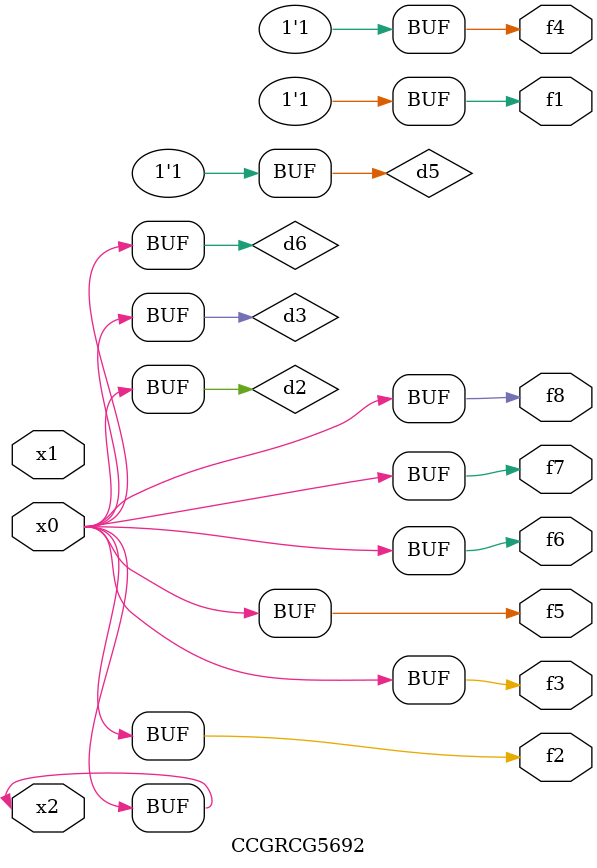
<source format=v>
module CCGRCG5692(
	input x0, x1, x2,
	output f1, f2, f3, f4, f5, f6, f7, f8
);

	wire d1, d2, d3, d4, d5, d6;

	xnor (d1, x2);
	buf (d2, x0, x2);
	and (d3, x0);
	xnor (d4, x1, x2);
	nand (d5, d1, d3);
	buf (d6, d2, d3);
	assign f1 = d5;
	assign f2 = d6;
	assign f3 = d6;
	assign f4 = d5;
	assign f5 = d6;
	assign f6 = d6;
	assign f7 = d6;
	assign f8 = d6;
endmodule

</source>
